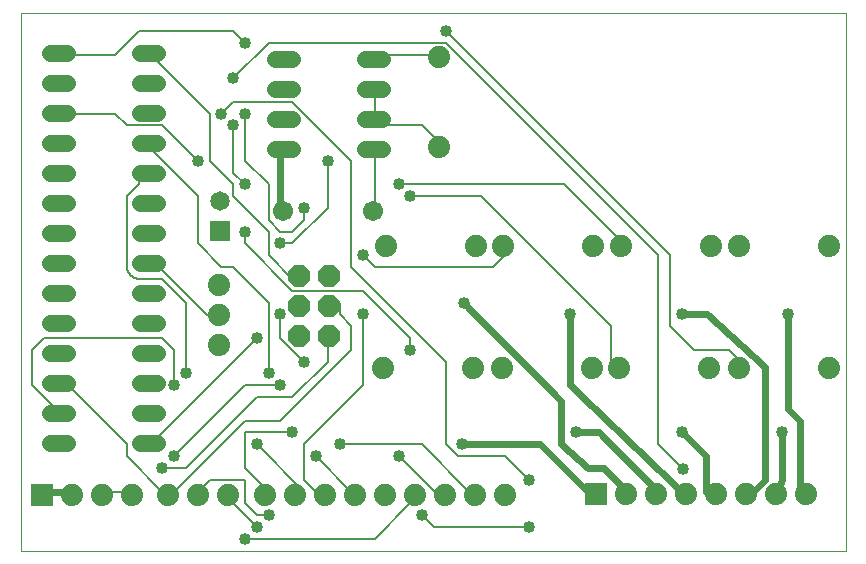
<source format=gtl>
G75*
G70*
%OFA0B0*%
%FSLAX24Y24*%
%IPPOS*%
%LPD*%
%AMOC8*
5,1,8,0,0,1.08239X$1,22.5*
%
%ADD10C,0.0000*%
%ADD11C,0.0740*%
%ADD12C,0.0560*%
%ADD13R,0.0740X0.0740*%
%ADD14OC8,0.0740*%
%ADD15C,0.0673*%
%ADD16R,0.0650X0.0650*%
%ADD17C,0.0650*%
%ADD18C,0.0080*%
%ADD19C,0.0400*%
%ADD20C,0.0240*%
D10*
X000191Y000121D02*
X000191Y018026D01*
X027691Y018026D01*
X027691Y000121D01*
X000191Y000121D01*
D11*
X001892Y001979D03*
X002892Y001979D03*
X003892Y001979D03*
X005113Y001971D03*
X006113Y001971D03*
X007113Y001971D03*
X008341Y001979D03*
X009341Y001979D03*
X010341Y001979D03*
X011341Y001979D03*
X012341Y001979D03*
X013341Y001979D03*
X014341Y001979D03*
X015341Y001979D03*
X016341Y001979D03*
X020361Y002023D03*
X021361Y002023D03*
X022361Y002023D03*
X023361Y002023D03*
X024361Y002023D03*
X025361Y002023D03*
X026361Y002023D03*
X027121Y006200D03*
X024121Y006200D03*
X023132Y006204D03*
X020132Y006204D03*
X019227Y006204D03*
X016227Y006204D03*
X015270Y006215D03*
X012270Y006215D03*
X006814Y006975D03*
X006814Y007975D03*
X006814Y008975D03*
X012365Y010278D03*
X015365Y010278D03*
X016270Y010278D03*
X019270Y010278D03*
X020219Y010274D03*
X023219Y010274D03*
X024144Y010274D03*
X027144Y010274D03*
X014144Y013558D03*
X014144Y016558D03*
D12*
X012227Y016503D02*
X011667Y016503D01*
X011667Y015503D02*
X012227Y015503D01*
X012227Y014503D02*
X011667Y014503D01*
X011667Y013503D02*
X012227Y013503D01*
X009227Y013503D02*
X008667Y013503D01*
X008667Y014503D02*
X009227Y014503D01*
X009227Y015503D02*
X008667Y015503D01*
X008667Y016503D02*
X009227Y016503D01*
X004720Y016700D02*
X004160Y016700D01*
X004160Y015700D02*
X004720Y015700D01*
X004720Y014700D02*
X004160Y014700D01*
X004160Y013700D02*
X004720Y013700D01*
X004720Y012700D02*
X004160Y012700D01*
X004160Y011700D02*
X004720Y011700D01*
X004720Y010700D02*
X004160Y010700D01*
X004160Y009700D02*
X004720Y009700D01*
X004720Y008700D02*
X004160Y008700D01*
X004160Y007700D02*
X004720Y007700D01*
X004720Y006700D02*
X004160Y006700D01*
X004160Y005700D02*
X004720Y005700D01*
X004720Y004700D02*
X004160Y004700D01*
X004160Y003700D02*
X004720Y003700D01*
X001720Y003700D02*
X001160Y003700D01*
X001160Y004700D02*
X001720Y004700D01*
X001720Y005700D02*
X001160Y005700D01*
X001160Y006700D02*
X001720Y006700D01*
X001720Y007700D02*
X001160Y007700D01*
X001160Y008700D02*
X001720Y008700D01*
X001720Y009700D02*
X001160Y009700D01*
X001160Y010700D02*
X001720Y010700D01*
X001720Y011700D02*
X001160Y011700D01*
X001160Y012700D02*
X001720Y012700D01*
X001720Y013700D02*
X001160Y013700D01*
X001160Y014700D02*
X001720Y014700D01*
X001720Y015700D02*
X001160Y015700D01*
X001160Y016700D02*
X001720Y016700D01*
D13*
X000892Y001979D03*
X019361Y002023D03*
D14*
X010479Y007286D03*
X009479Y007286D03*
X009479Y008286D03*
X010479Y008286D03*
X010479Y009286D03*
X009479Y009286D03*
D15*
X008924Y011456D03*
X011924Y011456D03*
D16*
X006821Y010771D03*
D17*
X006821Y011771D03*
D18*
X007278Y011932D02*
X008459Y010751D01*
X008459Y009963D01*
X009247Y009176D01*
X009479Y009286D01*
X009247Y008782D02*
X011609Y008782D01*
X013184Y007208D01*
X013184Y006814D01*
X014365Y006420D02*
X014365Y003664D01*
X014758Y003271D01*
X016333Y003271D01*
X017121Y002483D01*
X015341Y001979D02*
X015152Y002089D01*
X013577Y003664D01*
X010821Y003664D01*
X010034Y003271D02*
X011215Y002089D01*
X011341Y001979D01*
X010341Y001979D02*
X010034Y002089D01*
X009640Y002483D01*
X009640Y003664D01*
X011609Y005633D01*
X011609Y007995D01*
X011215Y007601D02*
X011215Y006814D01*
X008853Y004452D01*
X007672Y004452D01*
X005310Y002089D01*
X005113Y001971D01*
X004916Y002089D01*
X003735Y003271D01*
X003735Y003664D01*
X001766Y005633D01*
X001440Y005700D01*
X001373Y004845D02*
X000585Y005633D01*
X000585Y006814D01*
X000979Y007208D01*
X004916Y007208D01*
X005310Y006814D01*
X005310Y005633D01*
X005703Y006026D02*
X005703Y008389D01*
X004916Y009176D01*
X004161Y009176D01*
X004122Y009178D01*
X004083Y009183D01*
X004044Y009192D01*
X004007Y009205D01*
X003971Y009221D01*
X003937Y009240D01*
X003904Y009262D01*
X003874Y009287D01*
X003846Y009315D01*
X003821Y009345D01*
X003799Y009378D01*
X003780Y009412D01*
X003764Y009448D01*
X003751Y009485D01*
X003742Y009524D01*
X003737Y009563D01*
X003735Y009602D01*
X003735Y011932D01*
X004129Y012326D01*
X004129Y012719D01*
X004440Y012700D01*
X004522Y013507D02*
X004440Y013700D01*
X004522Y013507D02*
X006097Y011932D01*
X006097Y010357D01*
X006884Y009570D01*
X007278Y009570D01*
X008459Y008389D01*
X008459Y006026D01*
X008853Y005633D02*
X007672Y005633D01*
X005310Y003271D01*
X005703Y002877D02*
X004916Y002877D01*
X005703Y002877D02*
X008066Y005239D01*
X009247Y005239D01*
X010428Y006420D01*
X010428Y007208D01*
X010479Y007286D01*
X010821Y007995D02*
X011215Y007601D01*
X010821Y007995D02*
X010821Y008389D01*
X010479Y008286D01*
X009247Y008782D02*
X007672Y010357D01*
X007672Y010751D01*
X008459Y011145D02*
X008853Y010751D01*
X009247Y010751D01*
X009640Y011145D01*
X009640Y011538D01*
X008924Y011456D02*
X008853Y011538D01*
X008459Y011145D02*
X008459Y012326D01*
X007672Y013113D01*
X007672Y014688D01*
X007278Y015082D02*
X009247Y015082D01*
X011215Y013113D01*
X011215Y009570D01*
X014365Y006420D01*
X015940Y009570D02*
X012003Y009570D01*
X011609Y009963D01*
X011924Y011456D02*
X012003Y011538D01*
X012003Y013507D01*
X011947Y013503D01*
X012003Y014294D02*
X011947Y014503D01*
X012003Y014688D01*
X012003Y015475D01*
X011947Y015503D01*
X011947Y016503D02*
X012003Y016656D01*
X013971Y016656D01*
X014144Y016558D01*
X014365Y017050D02*
X021451Y009963D01*
X021451Y003664D01*
X022278Y002837D01*
X024121Y006200D02*
X024207Y006420D01*
X023814Y006814D01*
X022632Y006814D01*
X021845Y007601D01*
X021845Y009963D01*
X014365Y017444D01*
X014365Y017050D02*
X008459Y017050D01*
X007278Y015869D01*
X007278Y015082D02*
X006884Y014688D01*
X006491Y014688D02*
X006491Y013113D01*
X007278Y012326D01*
X007278Y011932D01*
X007672Y012326D02*
X007278Y012719D01*
X007278Y014294D01*
X006491Y014688D02*
X004522Y016656D01*
X004440Y016700D01*
X004129Y017444D02*
X003341Y016656D01*
X001766Y016656D01*
X001440Y016700D01*
X004129Y017444D02*
X007278Y017444D01*
X007672Y017050D01*
X004916Y014294D02*
X003735Y014294D01*
X003341Y014688D01*
X001766Y014688D01*
X001440Y014700D01*
X004916Y014294D02*
X006097Y013113D01*
X008853Y013507D02*
X008947Y013503D01*
X010428Y013113D02*
X010428Y011538D01*
X009247Y010357D01*
X008853Y010357D01*
X008853Y007995D02*
X008853Y007208D01*
X009640Y006420D01*
X008066Y007208D02*
X004522Y003664D01*
X004440Y003700D01*
X003735Y002089D02*
X002947Y002089D01*
X002892Y001979D01*
X003735Y002089D02*
X003892Y001979D01*
X006097Y002089D02*
X006113Y001971D01*
X006097Y002089D02*
X006491Y002483D01*
X007672Y002483D01*
X007672Y001696D01*
X008066Y001302D01*
X008459Y001302D01*
X008066Y000908D02*
X007278Y001696D01*
X007113Y001971D01*
X007672Y002877D02*
X008459Y002089D01*
X008341Y001979D01*
X009341Y001979D02*
X009640Y002089D01*
X008066Y003664D01*
X007672Y004058D02*
X007672Y002877D01*
X007672Y004058D02*
X009247Y004058D01*
X012790Y003271D02*
X014365Y001696D01*
X014341Y001979D01*
X013341Y001979D02*
X013184Y001696D01*
X012003Y000515D01*
X007672Y000515D01*
X013577Y001302D02*
X013971Y000908D01*
X017121Y000908D01*
X020132Y006204D02*
X019877Y006420D01*
X019877Y007601D01*
X015546Y011932D01*
X013184Y011932D01*
X012790Y012326D02*
X018302Y012326D01*
X020270Y010357D01*
X020219Y010274D01*
X016333Y009963D02*
X016270Y010278D01*
X016333Y009963D02*
X015940Y009570D01*
X014144Y013558D02*
X013971Y013900D01*
X013577Y014294D01*
X012003Y014294D01*
X006398Y007975D02*
X004671Y009702D01*
X004667Y009702D01*
X004633Y009669D01*
X004471Y009669D01*
X004440Y009700D01*
X006398Y007975D02*
X006814Y007975D01*
X001373Y004845D02*
X001440Y004700D01*
D19*
X004916Y002877D03*
X005310Y003271D03*
X008066Y003664D03*
X009247Y004058D03*
X010034Y003271D03*
X010821Y003664D03*
X012790Y003271D03*
X014896Y003664D03*
X017121Y002483D03*
X018695Y004058D03*
X022239Y004058D03*
X022278Y002837D03*
X025585Y004058D03*
X025782Y007995D03*
X022239Y007995D03*
X018518Y007995D03*
X014975Y008389D03*
X013184Y006814D03*
X011609Y007995D03*
X009640Y006420D03*
X008459Y006026D03*
X008853Y005633D03*
X008066Y007208D03*
X008853Y007995D03*
X011609Y009963D03*
X009640Y011538D03*
X008853Y010357D03*
X007672Y010751D03*
X007672Y012326D03*
X006097Y013113D03*
X007278Y014294D03*
X006884Y014688D03*
X007672Y014688D03*
X007278Y015869D03*
X007672Y017050D03*
X010428Y013113D03*
X012790Y012326D03*
X013184Y011932D03*
X014365Y017444D03*
X005703Y006026D03*
X005310Y005633D03*
X008459Y001302D03*
X008066Y000908D03*
X007672Y000515D03*
X013577Y001302D03*
X017121Y000908D03*
D20*
X019089Y002089D02*
X019361Y002023D01*
X019089Y002089D02*
X017514Y003664D01*
X014896Y003664D01*
X018203Y003684D02*
X019089Y002877D01*
X019621Y002877D01*
X020408Y002089D01*
X020361Y002023D01*
X021361Y002023D02*
X021451Y002089D01*
X019483Y004058D01*
X018695Y004058D01*
X018203Y003684D02*
X018203Y005121D01*
X014975Y008389D01*
X018518Y007995D02*
X018518Y005633D01*
X022239Y002089D01*
X022361Y002023D01*
X023026Y002089D02*
X023361Y002023D01*
X023026Y002089D02*
X023026Y003271D01*
X022239Y004058D01*
X024601Y002089D02*
X024995Y002483D01*
X024995Y006243D01*
X023066Y007995D01*
X022239Y007995D01*
X025782Y007995D02*
X025782Y004845D01*
X026176Y004452D01*
X026176Y002089D01*
X026361Y002023D01*
X025585Y002483D02*
X025388Y002089D01*
X025361Y002023D01*
X025585Y002483D02*
X025585Y004058D01*
X024601Y002089D02*
X024361Y002023D01*
X008853Y011538D02*
X008853Y013507D01*
X001766Y002089D02*
X000979Y002089D01*
X000892Y001979D01*
X001766Y002089D02*
X001892Y001979D01*
M02*

</source>
